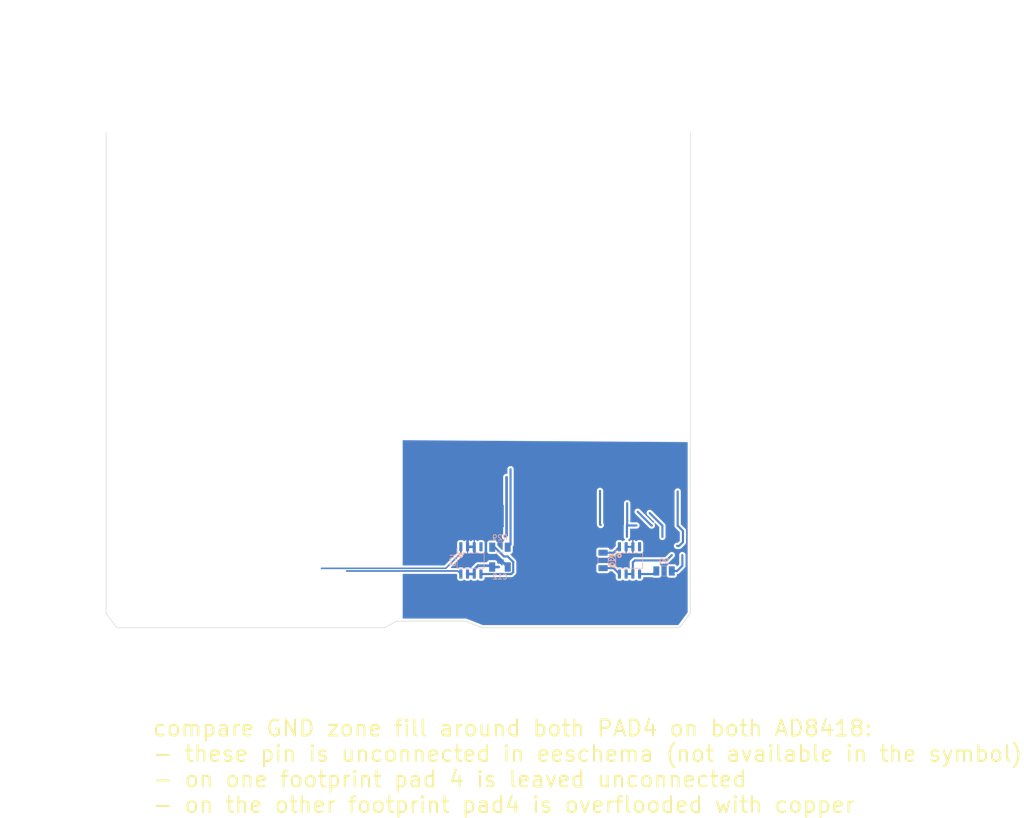
<source format=kicad_pcb>
(kicad_pcb (version 20240108) (generator "pcbnew") (generator_version "8.0")
  (layers (0 "F.Cu" signal) (31 "B.Cu" signal) (34 "B.Paste" user) (35 "F.Paste" user) (36 "B.SilkS" user "B.Silkscreen") (37 "F.SilkS" user "F.Silkscreen") (38 "B.Mask" user) (39 "F.Mask" user) (44 "Edge.Cuts" user))
  (net 0 "")
  (net 1 "GND")
  (net 2 "Net-(IC5-+in)")
  (net 3 "Net-(IC5--in)")
  (net 4 "+3V3")
  (net 5 "Net-(IC5-out)")
  (net 6 "ADC0_5_STROM")
  (net 7 "Net-(IC6-+in)")
  (net 8 "Net-(IC6--in)")
  (net 9 "Net-(IC6-out)")
  (net 10 "unconnected-(R9-Pad1)")
  (footprint "0IBF_RCL:R_1206_3216Metric" (layer "B.Cu") (at 105.5375 -12 180)
    (property "Reference" "R9" (at 0 1.82 180) (layer "B.SilkS") (effects (justify mirror)))
    (property "Value" "1k")
    (fp_line (start 0.727064 0.96) (end -0.727064 0.96) (stroke (width 0.1)) (layer "B.SilkS"))
    (fp_line (start 0.727064 -0.96) (end -0.727064 -0.96) (stroke (width 0.1)) (layer "B.SilkS"))
    (pad "1" smd roundrect (at -1.4625 0 180) (size 1.125 1.75) (layers "B.Cu" "B.Paste" "B.Mask") (roundrect_rratio 0.08888888889) (net 10 "unconnected-(R9-Pad1)"))
    (pad "2" smd roundrect (at 1.4625 0 180) (size 1.125 1.75) (layers "B.Cu" "B.Paste" "B.Mask") (roundrect_rratio 0.08888888889) (net 9 "Net-(IC6-out)"))
  )
  (footprint "0IBF_IC_spezial:SO-8_3.9x4.9mm_P1.27mm_IBF" (layer "B.Cu") (at 69 -14 -90)
    (property "Reference" "IC5" (at 0 3.4 90) (layer "B.SilkS") (effects (justify mirror)))
    (property "Value" "AD8418AWBRZ")
    (fp_line (start -1.4 2.6) (end -2.3 2.6) (stroke (width 0.12)) (layer "B.SilkS"))
    (fp_line (start -1.4 2.6) (end 1.5 2.6) (stroke (width 0.12)) (layer "B.SilkS"))
    (fp_line (start -1.4 2.6) (end -1.4 -2.5) (stroke (width 0.12)) (layer "B.SilkS"))
    (fp_line (start 1.5 2.6) (end 1.5 -2.5) (stroke (width 0.12)) (layer "B.SilkS"))
    (fp_line (start -1.4 -2.5) (end 1.5 -2.5) (stroke (width 0.12)) (layer "B.SilkS"))
    (fp_circle (center -0.9 1.9) (end -0.758579 1.9) (stroke (width 0.3)) (fill none) (layer "B.SilkS"))
    (pad "1" smd roundrect (at -2.575 1.905 270) (size 1.75 0.6) (layers "B.Cu" "B.Paste" "B.Mask") (net 3 "Net-(IC5--in)"))
    (pad "2" smd roundrect (at -2.575 0.635 270) (size 1.75 0.6) (layers "B.Cu" "B.Paste" "B.Mask") (net 1 "GND"))
    (pad "3" smd roundrect (at -2.575 -0.635 270) (size 1.75 0.6) (layers "B.Cu" "B.Paste" "B.Mask") (net 1 "GND"))
    (pad "4" smd roundrect (at -2.575 -1.905 270) (size 1.75 0.6) (layers "B.Cu" "B.Paste" "B.Mask"))
    (pad "5" smd roundrect (at 2.575 -1.905 270) (size 1.75 0.6) (layers "B.Cu" "B.Paste" "B.Mask") (net 5 "Net-(IC5-out)"))
    (pad "6" smd roundrect (at 2.575 -0.635 270) (size 1.75 0.6) (layers "B.Cu" "B.Paste" "B.Mask") (net 4 "+3V3"))
    (pad "7" smd roundrect (at 2.575 0.635 270) (size 1.75 0.6) (layers "B.Cu" "B.Paste" "B.Mask") (net 4 "+3V3"))
    (pad "8" smd roundrect (at 2.575 1.905 270) (size 1.75 0.6) (layers "B.Cu" "B.Paste" "B.Mask") (net 2 "Net-(IC5-+in)"))
  )
  (footprint "0IBF_RCL:R_1206_3216Metric" (layer "B.Cu") (at 94 -14 90)
    (property "Reference" "R13" (at 0 1.82 -90) (layer "B.SilkS") (effects (justify mirror)))
    (property "Value" "1k")
    (fp_line (start 0.727064 -0.96) (end -0.727064 -0.96) (stroke (width 0.1)) (layer "B.SilkS"))
    (fp_line (start 0.727064 0.96) (end -0.727064 0.96) (stroke (width 0.1)) (layer "B.SilkS"))
    (pad "1" smd roundrect (at -1.4625 0 90) (size 1.125 1.75) (layers "B.Cu" "B.Paste" "B.Mask") (roundrect_rratio 0.08888888889) (net 7 "Net-(IC6-+in)"))
    (pad "2" smd roundrect (at 1.4625 0 90) (size 1.125 1.75) (layers "B.Cu" "B.Paste" "B.Mask") (roundrect_rratio 0.08888888889) (net 8 "Net-(IC6--in)"))
  )
  (footprint "0IBF_IC_spezial:SO-8_3.9x4.9mm_P1.27mm_IBF" (layer "B.Cu") (at 99 -14 -90)
    (property "Reference" "IC6" (at 0 3.4 90) (layer "B.SilkS") (effects (justify mirror)))
    (property "Value" "AD8418AWBRZ")
    (fp_line (start -1.4 2.6) (end -2.3 2.6) (stroke (width 0.12)) (layer "B.SilkS"))
    (fp_line (start -1.4 2.6) (end 1.5 2.6) (stroke (width 0.12)) (layer "B.SilkS"))
    (fp_line (start -1.4 2.6) (end -1.4 -2.5) (stroke (width 0.12)) (layer "B.SilkS"))
    (fp_line (start 1.5 2.6) (end 1.5 -2.5) (stroke (width 0.12)) (layer "B.SilkS"))
    (fp_line (start -1.4 -2.5) (end 1.5 -2.5) (stroke (width 0.12)) (layer "B.SilkS"))
    (fp_circle (center -0.9 1.9) (end -0.758579 1.9) (stroke (width 0.3)) (fill none) (layer "B.SilkS"))
    (pad "1" smd roundrect (at -2.575 1.905 270) (size 1.75 0.6) (layers "B.Cu" "B.Paste" "B.Mask") (net 8 "Net-(IC6--in)"))
    (pad "2" smd roundrect (at -2.575 0.635 270) (size 1.75 0.6) (layers "B.Cu" "B.Paste" "B.Mask") (net 1 "GND"))
    (pad "3" smd roundrect (at -2.575 -0.635 270) (size 1.75 0.6) (layers "B.Cu" "B.Paste" "B.Mask") (net 1 "GND"))
    (pad "4" smd roundrect (at -2.575 -1.905 270) (size 1.75 0.6) (layers "B.Cu" "B.Paste" "B.Mask"))
    (pad "5" smd roundrect (at 2.575 -1.905 270) (size 1.75 0.6) (layers "B.Cu" "B.Paste" "B.Mask") (net 9 "Net-(IC6-out)"))
    (pad "6" smd roundrect (at 2.575 -0.635 270) (size 1.75 0.6) (layers "B.Cu" "B.Paste" "B.Mask") (net 4 "+3V3"))
    (pad "7" smd roundrect (at 2.575 0.635 270) (size 1.75 0.6) (layers "B.Cu" "B.Paste" "B.Mask") (net 4 "+3V3"))
    (pad "8" smd roundrect (at 2.575 1.905 270) (size 1.75 0.6) (layers "B.Cu" "B.Paste" "B.Mask") (net 7 "Net-(IC6-+in)"))
  )
  (footprint "0IBF_RCL:C_1206_3216Metric" (layer "B.Cu") (at 74.5 -12.75)
    (property "Reference" "C12" (at 0 1.85 0) (layer "B.SilkS") (effects (justify mirror)))
    (property "Value" "100nF")
    (pad "1" smd roundrect (at -1.475 0) (size 1.15 1.8) (layers "B.Cu" "B.Paste" "B.Mask") (roundrect_rratio 0.08695652174) (net 4 "+3V3"))
    (pad "2" smd roundrect (at 1.475 0) (size 1.15 1.8) (layers "B.Cu" "B.Paste" "B.Mask") (roundrect_rratio 0.08695652174) (net 1 "GND"))
  )
  (footprint "0IBF_RCL:R_1206_3216Metric" (layer "B.Cu") (at 74.5 -16.5 180)
    (property "Reference" "R29" (at 0 1.82 180) (layer "B.SilkS") (effects (justify mirror)))
    (property "Value" "1k")
    (fp_line (start 0.727064 0.96) (end -0.727064 0.96) (stroke (width 0.1)) (layer "B.SilkS"))
    (fp_line (start 0.727064 -0.96) (end -0.727064 -0.96) (stroke (width 0.1)) (layer "B.SilkS"))
    (pad "1" smd roundrect (at -1.4625 0 180) (size 1.125 1.75) (layers "B.Cu" "B.Paste" "B.Mask") (roundrect_rratio 0.08888888889) (net 6 "ADC0_5_STROM"))
    (pad "2" smd roundrect (at 1.4625 0 180) (size 1.125 1.75) (layers "B.Cu" "B.Paste" "B.Mask") (roundrect_rratio 0.08888888889) (net 5 "Net-(IC5-out)"))
  )
  (gr_line (start 68 -2.5) (end 71.12 -1.27) (stroke (width 0.1)) (layer "Edge.Cuts"))
  (gr_line (start 110.5 -4) (end 110.5 -95) (stroke (width 0.1)) (layer "Edge.Cuts"))
  (gr_line (start 55 -2.5) (end 52.61 -1.27) (stroke (width 0.1)) (layer "Edge.Cuts"))
  (gr_line (start 2 -1.27) (end 52.61 -1.27) (stroke (width 0.1)) (layer "Edge.Cuts"))
  (gr_line (start 55 -2.5) (end 68 -2.5) (stroke (width 0.1)) (layer "Edge.Cuts"))
  (gr_line (start 108.49 -1.27) (end 110.5 -4) (stroke (width 0.1)) (layer "Edge.Cuts"))
  (gr_line (start 71.12 -1.27) (end 108.49 -1.27) (stroke (width 0.1)) (layer "Edge.Cuts"))
  (gr_line (start 0 -4) (end 2 -1.27) (stroke (width 0.1)) (layer "Edge.Cuts"))
  (gr_line (start 0 -95) (end 0 -4) (stroke (width 0.1)) (layer "Edge.Cuts"))
  (gr_text "compare GND zone fill around both PAD4 on both AD8418:\n- these pin is unconnected in eeschema (not available in the symbol)\n- on one footprint pad 4 is leaved unconnected\n- on the other footprint pad4 is overflooded with copper" (at 8.6 34 0) (layer "F.SilkS") (effects (font (size 3 3) (thickness 0.4)) (justify left bottom)))
  (segment (start 108 -16.75) (end 108.397378 -16.75) (width 0.4) (layer "B.Cu") (net 0))
  (segment (start 93.425 -20.8375) (end 93.5625 -20.7) (width 0.4) (layer "B.Cu") (net 0))
  (segment (start 98.5125 -20.565) (end 98.5625 -20.615) (width 0.4) (layer "B.Cu") (net 0))
  (segment (start 98.5625 -20.615) (end 98.5625 -24.815) (width 0.4) (layer "B.Cu") (net 0))
  (segment (start 105.225 -18.45) (end 105.225 -20.55) (width 0.4) (layer "B.Cu") (net 0))
  (segment (start 103.15 -20.615) (end 100.55 -23.215) (width 0.4) (layer "B.Cu") (net 0))
  (segment (start 100.3125 -20.615) (end 98.5625 -20.615) (width 0.4) (layer "B.Cu") (net 0))
  (segment (start 108.1125 -20.5875) (end 108.15 -20.55) (width 0.4) (layer "B.Cu") (net 0))
  (segment (start 108.397378 -16.75) (end 109.1125 -17.465122) (width 0.4) (layer "B.Cu") (net 0))
  (segment (start 103.2375 -20.615) (end 103.15 -20.615) (width 0.4) (layer "B.Cu") (net 0))
  (segment (start 105.225 -20.574878) (end 102.825 -22.974878) (width 0.4) (layer "B.Cu") (net 0))
  (segment (start 108.1125 -27.05) (end 108.1125 -20.5875) (width 0.4) (layer "B.Cu") (net 0))
  (segment (start 75.75 -29.75) (end 75.75 -18.75) (width 0.5) (layer "B.Cu") (net 0))
  (segment (start 93.425 -27.15) (end 93.425 -20.8375) (width 0.4) (layer "B.Cu") (net 0))
  (segment (start 105.225 -20.55) (end 105.225 -20.574878) (width 0.4) (layer "B.Cu") (net 0))
  (segment (start 75.75 -18.75) (end 75.5 -18.5) (width 0.5) (layer "B.Cu") (net 0))
  (segment (start 109.1125 -19.5875) (end 108.15 -20.55) (width 0.4) (layer "B.Cu") (net 0))
  (segment (start 109.1125 -17.465122) (end 109.1125 -19.5875) (width 0.4) (layer "B.Cu") (net 0))
  (segment (start 98.5125 -18.465) (end 98.5125 -20.565) (width 0.4) (layer "B.Cu") (net 0))
  (segment (start 68.365 -16.575) (end 69.635 -16.575) (width 0.5) (layer "B.Cu") (net 1))
  (segment (start 106.5 -20.1) (end 106.5 -21.4125) (width 0.4) (layer "B.Cu") (net 1))
  (segment (start 95.4775 -18.55) (end 95.5625 -18.465) (width 0.4) (layer "B.Cu") (net 1))
  (segment (start 69.635 -15.565) (end 70.7 -14.5) (width 0.5) (layer "B.Cu") (net 1))
  (segment (start 69.5 -19) (end 68.365 -17.865) (width 0.5) (layer "B.Cu") (net 1))
  (segment (start 74.975 -20.475) (end 73.5 -19) (width 0.5) (layer "B.Cu") (net 1))
  (segment (start 74.225 -14.5) (end 75.975 -12.75) (width 0.5) (layer "B.Cu") (net 1))
  (segment (start 95.6625 -24.865) (end 95.6625 -18.565) (width 0.4) (layer "B.Cu") (net 1))
  (segment (start 98.365 -16.575) (end 99.635 -16.575) (width 0.4) (layer "B.Cu") (net 1))
  (segment (start 93.6125 -18.55) (end 92.6 -19.5625) (width 0.4) (layer "B.Cu") (net 1))
  (segment (start 69.635 -16.575) (end 69.635 -15.565) (width 0.5) (layer "B.Cu") (net 1))
  (segment (start 74.975 -24.35) (end 74.975 -20.475) (width 0.5) (layer "B.Cu") (net 1))
  (segment (start 73.5 -19) (end 69.5 -19) (width 0.5) (layer "B.Cu") (net 1))
  (segment (start 92.6 -19.5625) (end 92.6 -20.825) (width 0.4) (layer "B.Cu") (net 1))
  (segment (start 93.6125 -18.55) (end 95.4775 -18.55) (width 0.4) (layer "B.Cu") (net 1))
  (segment (start 92.6 -20.825) (end 90.575 -22.85) (width 0.4) (layer "B.Cu") (net 1))
  (segment (start 95.6625 -18.565) (end 95.5625 -18.465) (width 0.4) (layer "B.Cu") (net 1))
  (segment (start 70.7 -14.5) (end 74.225 -14.5) (width 0.5) (layer "B.Cu") (net 1))
  (segment (start 68.365 -17.865) (end 68.365 -16.575) (width 0.5) (layer "B.Cu") (net 1))
  (segment (start 108.15 -18.45) (end 106.5 -20.1) (width 0.4) (layer "B.Cu") (net 1))
  (segment (start 66.52 -12) (end 45.5 -12) (width 0.3) (layer "B.Cu") (net 2))
  (segment (start 67.095 -11.425) (end 66.52 -12) (width 0.3) (layer "B.Cu") (net 2))
  (segment (start 64.25 -12.5) (end 40.75 -12.5) (width 0.3) (layer "B.Cu") (net 3))
  (segment (start 67.095 -16.575) (end 67.095 -15.345) (width 0.3) (layer "B.Cu") (net 3))
  (segment (start 67.095 -15.345) (end 64.25 -12.5) (width 0.3) (layer "B.Cu") (net 3))
  (segment (start 70.335001 -13) (end 72.775 -13) (width 0.5) (layer "B.Cu") (net 4))
  (segment (start 69.635 -12.299999) (end 70.335001 -13) (width 0.5) (layer "B.Cu") (net 4))
  (segment (start 72.775 -13) (end 73.025 -12.75) (width 0.5) (layer "B.Cu") (net 4))
  (segment (start 98.365 -11.425) (end 99.635 -11.425) (width 0.4) (layer "B.Cu") (net 4))
  (segment (start 69.635 -11.425) (end 69.635 -12.299999) (width 0.5) (layer "B.Cu") (net 4))
  (segment (start 99.635 -13.635) (end 100 -14) (width 0.4) (layer "B.Cu") (net 4))
  (segment (start 68.365 -11.425) (end 69.635 -11.425) (width 0.5) (layer "B.Cu") (net 4))
  (segment (start 73.025 -12.75) (end 74.25 -12.75) (width 0.5) (layer "B.Cu") (net 4))
  (segment (start 99.635 -11.425) (end 99.635 -13.635) (width 0.4) (layer "B.Cu") (net 4))
  (segment (start 106 -14) (end 107 -15) (width 0.4) (layer "B.Cu") (net 4))
  (segment (start 100 -14) (end 106 -14) (width 0.4) (layer "B.Cu") (net 4))
  (segment (start 73.5 -16.5) (end 73.0375 -16.5) (width 0.4) (layer "B.Cu") (net 5))
  (segment (start 75.25 -14.75) (end 73.5 -16.5) (width 0.4) (layer "B.Cu") (net 5))
  (segment (start 75.958562 -14.75) (end 75.25 -14.75) (width 0.4) (layer "B.Cu") (net 5))
  (segment (start 77 -11.791438) (end 77 -13.708562) (width 0.4) (layer "B.Cu") (net 5))
  (segment (start 70.905 -11.425) (end 76.633562 -11.425) (width 0.4) (layer "B.Cu") (net 5))
  (segment (start 76.633562 -11.425) (end 77 -11.791438) (width 0.4) (layer "B.Cu") (net 5))
  (segment (start 77 -13.708562) (end 75.958562 -14.75) (width 0.4) (layer "B.Cu") (net 5))
  (segment (start 75.9625 -16.5) (end 76.5 -17.0375) (width 0.4) (layer "B.Cu") (net 6))
  (segment (start 76.5 -17.0375) (end 76.5 -31.25) (width 0.4) (layer "B.Cu") (net 6))
  (segment (start 95.9825 -12.5375) (end 97.095 -11.425) (width 0.4) (layer "B.Cu") (net 7))
  (segment (start 94 -12.5375) (end 95.9825 -12.5375) (width 0.4) (layer "B.Cu") (net 7))
  (segment (start 94 -15.4625) (end 95.9825 -15.4625) (width 0.4) (layer "B.Cu") (net 8))
  (segment (start 95.9825 -15.4625) (end 97.095 -16.575) (width 0.4) (layer "B.Cu") (net 8))
  (segment (start 100.905 -11.425) (end 103.5 -11.425) (width 0.4) (layer "B.Cu") (net 9))
  (segment (start 103.5 -11.425) (end 104.075 -12) (width 0.4) (layer "B.Cu") (net 9))
  (segment (start 107 -12) (end 108 -12) (width 0.4) (layer "B.Cu") (net 10))
  (segment (start 108 -12) (end 109 -13) (width 0.4) (layer "B.Cu") (net 10))
  (segment (start 109 -13) (end 109 -15) (width 0.4) (layer "B.Cu") (net 10))
  (zone (net 1) (net_name "GND") (layers "F&B.Cu") (name "gnd") (priority 2) (connect_pads (clearance 0.4)) (min_thickness 0.2) (fill yes (thermal_gap 0.4) (thermal_bridge_width 0.23))
    (polygon (pts (xy 56.09571 -0.762874) (xy 113.663819 -0.384136) (xy 113.663819 -36.37118) (xy 56.09571 -36.749918)))
  )
)
</source>
